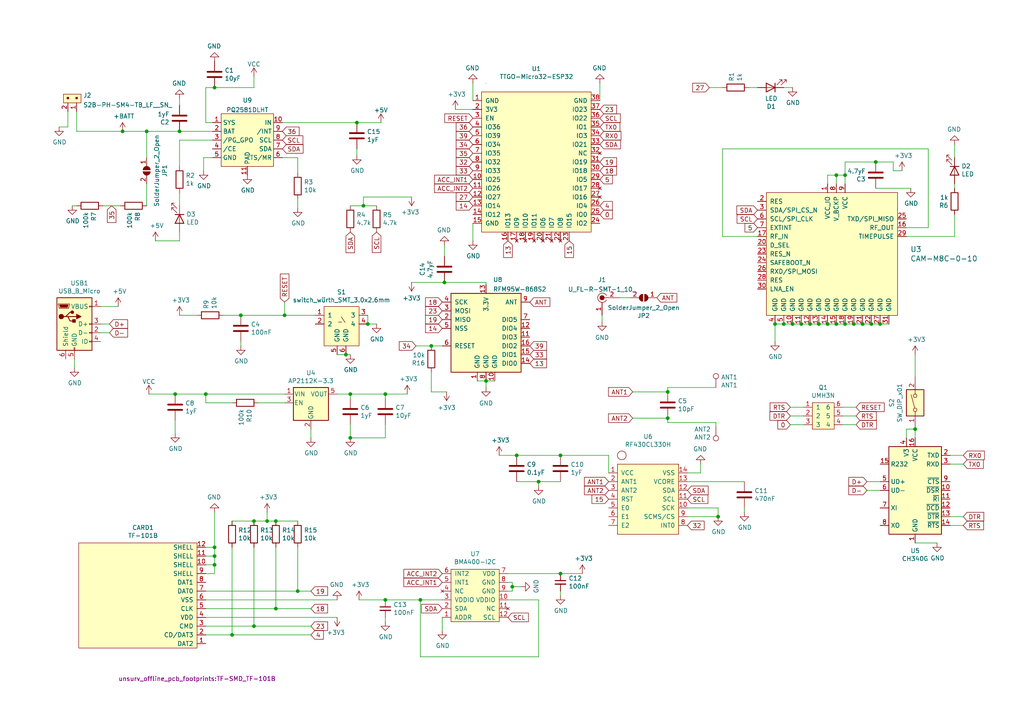
<source format=kicad_sch>
(kicad_sch (version 20211123) (generator eeschema)
  (paper "A4")
  (title_block (title "unsurv offline") (date "2021-05-14") (rev "0.2") (company "unsurv") (comment 1 "on 4.5 cm x 3 cm PCB"))
  (junction (at 254 46.99))
  (junction (at 62.23 25.4))
  (junction (at 111.76 173.99))
  (junction (at 101.6 127))
  (junction (at 59.69 114.3))
  (junction (at 193.675 121.285))
  (junction (at 67.31 184.15))
  (junction (at 232.41 93.98))
  (junction (at 73.66 181.61))
  (junction (at 247.65 93.98))
  (junction (at 149.86 132.08))
  (junction (at 111.76 114.3))
  (junction (at 82.55 91.44))
  (junction (at 105.41 59.69))
  (junction (at 193.675 113.665))
  (junction (at 80.01 151.13))
  (junction (at 252.73 93.98))
  (junction (at 208.28 149.86))
  (junction (at 80.01 176.53))
  (junction (at 50.8 114.3))
  (junction (at 245.11 93.98))
  (junction (at 224.79 93.98))
  (junction (at 237.49 93.98))
  (junction (at 162.56 132.08))
  (junction (at 240.03 93.98))
  (junction (at 156.21 139.7))
  (junction (at 100.33 102.87))
  (junction (at 229.87 93.98))
  (junction (at 128.905 81.915))
  (junction (at 121.92 173.99))
  (junction (at 255.27 93.98))
  (junction (at 125.095 100.33))
  (junction (at 106.68 93.98))
  (junction (at 35.56 38.1))
  (junction (at 227.33 93.98))
  (junction (at 73.66 151.13))
  (junction (at 148.59 170.18))
  (junction (at 42.545 38.1))
  (junction (at 77.47 151.13))
  (junction (at 234.95 93.98))
  (junction (at 242.57 50.8))
  (junction (at 52.07 38.1))
  (junction (at 69.85 91.44))
  (junction (at 162.56 166.37))
  (junction (at 265.43 124.46))
  (junction (at 250.19 93.98))
  (junction (at 101.6 114.3))
  (junction (at 245.11 50.8))
  (junction (at 242.57 93.98))
  (junction (at 62.23 158.75))
  (junction (at 103.505 35.56))
  (junction (at 86.36 171.45))
  (junction (at 62.23 163.83))
  (junction (at 62.23 161.29))
  (junction (at 140.97 110.49))
  (wire (pts (xy 64.77 91.44) (xy 69.85 91.44)))
  (wire (pts (xy 81.915 35.56) (xy 103.505 35.56)))
  (wire (pts (xy 119.38 57.15) (xy 105.41 57.15)))
  (wire (pts (xy 229.87 25.4) (xy 227.33 25.4)))
  (wire (pts (xy 125.095 100.33) (xy 128.27 100.33)))
  (wire (pts (xy 80.01 151.13) (xy 77.47 151.13)))
  (wire (pts (xy 245.11 50.8) (xy 245.11 53.34)))
  (wire (pts (xy 215.9 147.32) (xy 215.9 148.59)))
  (wire (pts (xy 109.22 93.98) (xy 106.68 93.98)))
  (wire (pts (xy 224.79 93.98) (xy 227.33 93.98)))
  (wire (pts (xy 59.69 25.4) (xy 59.69 35.56)))
  (wire (pts (xy 121.92 190.5) (xy 121.92 173.99)))
  (wire (pts (xy 61.595 40.64) (xy 52.07 40.64)))
  (wire (pts (xy 128.905 71.12) (xy 128.905 74.295)))
  (wire (pts (xy 50.8 114.3) (xy 59.69 114.3)))
  (wire (pts (xy 207.645 112.395) (xy 193.675 112.395)))
  (wire (pts (xy 247.65 93.98) (xy 250.19 93.98)))
  (wire (pts (xy 242.57 53.34) (xy 242.57 50.8)))
  (wire (pts (xy 250.19 93.98) (xy 252.73 93.98)))
  (wire (pts (xy 276.86 45.72) (xy 276.86 41.91)))
  (wire (pts (xy 101.6 114.3) (xy 111.76 114.3)))
  (wire (pts (xy 103.505 35.56) (xy 110.49 35.56)))
  (wire (pts (xy 248.285 118.11) (xy 244.475 118.11)))
  (wire (pts (xy 43.18 114.3) (xy 50.8 114.3)))
  (wire (pts (xy 237.49 93.98) (xy 240.03 93.98)))
  (wire (pts (xy 90.17 171.45) (xy 86.36 171.45)))
  (wire (pts (xy 104.14 173.99) (xy 111.76 173.99)))
  (wire (pts (xy 81.915 45.72) (xy 86.36 45.72)))
  (wire (pts (xy 111.76 123.19) (xy 111.76 127)))
  (wire (pts (xy 276.86 68.58) (xy 276.86 62.23)))
  (wire (pts (xy 207.645 123.825) (xy 207.645 122.555)))
  (wire (pts (xy 45.085 69.85) (xy 52.07 69.85)))
  (wire (pts (xy 252.73 93.98) (xy 255.27 93.98)))
  (wire (pts (xy 229.87 93.98) (xy 232.41 93.98)))
  (wire (pts (xy 193.675 121.285) (xy 193.675 122.555)))
  (wire (pts (xy 255.27 142.24) (xy 251.46 142.24)))
  (wire (pts (xy 59.69 114.3) (xy 82.55 114.3)))
  (wire (pts (xy 42.545 38.1) (xy 42.545 45.72)))
  (wire (pts (xy 34.925 59.69) (xy 29.845 59.69)))
  (wire (pts (xy 137.16 31.75) (xy 132.08 31.75)))
  (wire (pts (xy 156.21 139.7) (xy 156.21 140.97)))
  (wire (pts (xy 255.27 93.98) (xy 257.81 93.98)))
  (wire (pts (xy 209.55 43.18) (xy 209.55 68.58)))
  (wire (pts (xy 240.03 93.98) (xy 242.57 93.98)))
  (wire (pts (xy 244.475 123.19) (xy 248.285 123.19)))
  (wire (pts (xy 82.55 87.63) (xy 82.55 91.44)))
  (wire (pts (xy 209.55 25.4) (xy 205.74 25.4)))
  (wire (pts (xy 199.39 147.32) (xy 208.28 147.32)))
  (wire (pts (xy 59.69 166.37) (xy 62.23 166.37)))
  (wire (pts (xy 279.4 132.08) (xy 275.59 132.08)))
  (wire (pts (xy 193.675 122.555) (xy 207.645 122.555)))
  (wire (pts (xy 67.31 116.84) (xy 59.69 116.84)))
  (wire (pts (xy 162.56 132.08) (xy 176.53 132.08)))
  (wire (pts (xy 119.38 81.915) (xy 128.905 81.915)))
  (wire (pts (xy 90.17 184.15) (xy 67.31 184.15)))
  (wire (pts (xy 233.045 123.19) (xy 229.235 123.19)))
  (wire (pts (xy 31.75 96.52) (xy 29.21 96.52)))
  (wire (pts (xy 61.595 45.72) (xy 59.055 45.72)))
  (wire (pts (xy 35.56 38.1) (xy 42.545 38.1)))
  (wire (pts (xy 101.6 59.69) (xy 105.41 59.69)))
  (wire (pts (xy 34.29 88.9) (xy 29.21 88.9)))
  (wire (pts (xy 82.55 116.84) (xy 74.93 116.84)))
  (wire (pts (xy 59.69 181.61) (xy 73.66 181.61)))
  (wire (pts (xy 255.27 139.7) (xy 251.46 139.7)))
  (wire (pts (xy 97.79 114.3) (xy 101.6 114.3)))
  (wire (pts (xy 86.36 171.45) (xy 59.69 171.45)))
  (wire (pts (xy 269.24 66.04) (xy 269.24 43.18)))
  (wire (pts (xy 59.69 158.75) (xy 62.23 158.75)))
  (wire (pts (xy 22.225 59.69) (xy 20.955 59.69)))
  (wire (pts (xy 248.285 120.65) (xy 244.475 120.65)))
  (wire (pts (xy 279.4 152.4) (xy 275.59 152.4)))
  (wire (pts (xy 259.08 46.99) (xy 254 46.99)))
  (wire (pts (xy 148.59 168.91) (xy 148.59 170.18)))
  (wire (pts (xy 156.21 190.5) (xy 121.92 190.5)))
  (wire (pts (xy 86.36 60.325) (xy 86.36 57.785)))
  (wire (pts (xy 193.675 112.395) (xy 193.675 113.665)))
  (wire (pts (xy 106.68 91.44) (xy 106.68 93.98)))
  (wire (pts (xy 59.055 45.72) (xy 59.055 49.53)))
  (wire (pts (xy 149.86 139.7) (xy 156.21 139.7)))
  (wire (pts (xy 97.79 179.07) (xy 59.69 179.07)))
  (wire (pts (xy 111.76 115.57) (xy 111.76 114.3)))
  (wire (pts (xy 245.11 93.98) (xy 247.65 93.98)))
  (wire (pts (xy 59.69 161.29) (xy 62.23 161.29)))
  (wire (pts (xy 245.11 46.99) (xy 245.11 50.8)))
  (wire (pts (xy 67.31 184.15) (xy 59.69 184.15)))
  (wire (pts (xy 111.76 127) (xy 101.6 127)))
  (wire (pts (xy 69.85 99.06) (xy 69.85 100.33)))
  (wire (pts (xy 80.01 158.75) (xy 80.01 176.53)))
  (wire (pts (xy 86.36 158.75) (xy 86.36 171.45)))
  (wire (pts (xy 276.86 54.61) (xy 276.86 53.34)))
  (wire (pts (xy 219.71 25.4) (xy 217.17 25.4)))
  (wire (pts (xy 128.905 81.915) (xy 140.97 81.915)))
  (wire (pts (xy 111.76 173.99) (xy 121.92 173.99)))
  (wire (pts (xy 265.43 124.46) (xy 265.43 127)))
  (wire (pts (xy 140.97 110.49) (xy 143.51 110.49)))
  (wire (pts (xy 100.33 102.87) (xy 101.6 102.87)))
  (wire (pts (xy 52.07 40.64) (xy 52.07 48.26)))
  (wire (pts (xy 148.59 170.18) (xy 151.13 170.18)))
  (wire (pts (xy 269.24 43.18) (xy 209.55 43.18)))
  (wire (pts (xy 140.97 110.49) (xy 140.97 112.395)))
  (wire (pts (xy 262.89 127) (xy 262.89 124.46)))
  (wire (pts (xy 259.08 49.53) (xy 259.08 46.99)))
  (wire (pts (xy 105.41 59.69) (xy 109.22 59.69)))
  (wire (pts (xy 137.16 29.21) (xy 137.16 24.13)))
  (wire (pts (xy 52.07 38.1) (xy 61.595 38.1)))
  (wire (pts (xy 125.095 107.95) (xy 125.095 113.665)))
  (wire (pts (xy 140.97 81.915) (xy 140.97 82.55)))
  (wire (pts (xy 168.91 166.37) (xy 162.56 166.37)))
  (wire (pts (xy 101.6 115.57) (xy 101.6 114.3)))
  (wire (pts (xy 183.515 121.285) (xy 193.675 121.285)))
  (wire (pts (xy 261.62 49.53) (xy 259.08 49.53)))
  (wire (pts (xy 162.56 132.08) (xy 149.86 132.08)))
  (wire (pts (xy 101.6 127) (xy 101.6 123.19)))
  (wire (pts (xy 265.43 102.87) (xy 265.43 109.22)))
  (wire (pts (xy 52.07 91.44) (xy 57.15 91.44)))
  (wire (pts (xy 271.78 157.48) (xy 265.43 157.48)))
  (wire (pts (xy 148.59 171.45) (xy 148.59 170.18)))
  (wire (pts (xy 121.92 173.99) (xy 128.27 173.99)))
  (wire (pts (xy 240.03 50.8) (xy 242.57 50.8)))
  (wire (pts (xy 42.545 38.1) (xy 52.07 38.1)))
  (wire (pts (xy 279.4 134.62) (xy 275.59 134.62)))
  (wire (pts (xy 62.23 148.59) (xy 62.23 158.75)))
  (wire (pts (xy 242.57 93.98) (xy 245.11 93.98)))
  (wire (pts (xy 137.16 64.77) (xy 137.16 69.85)))
  (wire (pts (xy 22.225 38.1) (xy 22.225 32.385)))
  (wire (pts (xy 86.36 45.72) (xy 86.36 50.165)))
  (wire (pts (xy 144.78 132.08) (xy 149.86 132.08)))
  (wire (pts (xy 62.23 25.4) (xy 73.66 25.4)))
  (wire (pts (xy 120.65 100.33) (xy 125.095 100.33)))
  (wire (pts (xy 111.76 179.07) (xy 111.76 180.34)))
  (wire (pts (xy 97.79 102.87) (xy 100.33 102.87)))
  (wire (pts (xy 21.59 106.68) (xy 21.59 104.14)))
  (wire (pts (xy 227.33 93.98) (xy 229.87 93.98)))
  (wire (pts (xy 19.685 36.83) (xy 17.145 36.83)))
  (wire (pts (xy 111.76 114.3) (xy 118.11 114.3)))
  (wire (pts (xy 52.07 28.575) (xy 52.07 30.48)))
  (wire (pts (xy 199.39 149.86) (xy 208.28 149.86)))
  (wire (pts (xy 224.79 99.06) (xy 224.79 93.98)))
  (wire (pts (xy 262.89 68.58) (xy 276.86 68.58)))
  (wire (pts (xy 73.66 158.75) (xy 73.66 181.61)))
  (wire (pts (xy 240.03 53.34) (xy 240.03 50.8)))
  (wire (pts (xy 62.23 158.75) (xy 62.23 161.29)))
  (wire (pts (xy 82.55 91.44) (xy 91.44 91.44)))
  (wire (pts (xy 233.045 118.11) (xy 229.235 118.11)))
  (wire (pts (xy 90.17 176.53) (xy 80.01 176.53)))
  (wire (pts (xy 173.99 29.21) (xy 173.99 24.13)))
  (wire (pts (xy 203.2 134.62) (xy 203.2 137.16)))
  (wire (pts (xy 50.8 125.73) (xy 50.8 121.92)))
  (wire (pts (xy 209.55 68.58) (xy 219.71 68.58)))
  (wire (pts (xy 254 54.61) (xy 264.16 54.61)))
  (wire (pts (xy 262.89 124.46) (xy 265.43 124.46)))
  (wire (pts (xy 147.32 171.45) (xy 148.59 171.45)))
  (wire (pts (xy 156.21 173.99) (xy 156.21 190.5)))
  (wire (pts (xy 147.32 168.91) (xy 148.59 168.91)))
  (wire (pts (xy 42.545 53.34) (xy 42.545 59.69)))
  (wire (pts (xy 69.85 91.44) (xy 82.55 91.44)))
  (wire (pts (xy 73.66 25.4) (xy 73.66 22.225)))
  (wire (pts (xy 97.79 173.99) (xy 59.69 173.99)))
  (wire (pts (xy 73.66 181.61) (xy 90.17 181.61)))
  (wire (pts (xy 52.07 69.85) (xy 52.07 67.31)))
  (wire (pts (xy 67.31 158.75) (xy 67.31 184.15)))
  (wire (pts (xy 176.53 137.16) (xy 176.53 132.08)))
  (wire (pts (xy 279.4 149.86) (xy 275.59 149.86)))
  (wire (pts (xy 77.47 151.13) (xy 77.47 148.59)))
  (wire (pts (xy 242.57 50.8) (xy 245.11 50.8)))
  (wire (pts (xy 80.01 176.53) (xy 59.69 176.53)))
  (wire (pts (xy 208.28 147.32) (xy 208.28 149.86)))
  (wire (pts (xy 179.705 86.36) (xy 182.88 86.36)))
  (wire (pts (xy 19.685 32.385) (xy 19.685 36.83)))
  (wire (pts (xy 138.43 110.49) (xy 140.97 110.49)))
  (wire (pts (xy 59.69 25.4) (xy 62.23 25.4)))
  (wire (pts (xy 59.69 35.56) (xy 61.595 35.56)))
  (wire (pts (xy 35.56 38.1) (xy 22.225 38.1)))
  (wire (pts (xy 203.2 137.16) (xy 199.39 137.16)))
  (wire (pts (xy 59.69 116.84) (xy 59.69 114.3)))
  (wire (pts (xy 31.75 93.98) (xy 29.21 93.98)))
  (wire (pts (xy 199.39 139.7) (xy 215.9 139.7)))
  (wire (pts (xy 234.95 93.98) (xy 237.49 93.98)))
  (wire (pts (xy 59.69 163.83) (xy 62.23 163.83)))
  (wire (pts (xy 62.23 163.83) (xy 62.23 166.37)))
  (wire (pts (xy 147.32 166.37) (xy 162.56 166.37)))
  (wire (pts (xy 162.56 139.7) (xy 156.21 139.7)))
  (wire (pts (xy 147.32 173.99) (xy 156.21 173.99)))
  (wire (pts (xy 86.36 151.13) (xy 80.01 151.13)))
  (wire (pts (xy 183.515 113.665) (xy 193.675 113.665)))
  (wire (pts (xy 62.23 161.29) (xy 62.23 163.83)))
  (wire (pts (xy 129.54 113.665) (xy 125.095 113.665)))
  (wire (pts (xy 174.625 91.44) (xy 174.625 93.345)))
  (wire (pts (xy 67.31 151.13) (xy 73.66 151.13)))
  (wire (pts (xy 103.505 45.085) (xy 103.505 43.18)))
  (wire (pts (xy 162.56 171.45) (xy 162.56 172.72)))
  (wire (pts (xy 105.41 57.15) (xy 105.41 59.69)))
  (wire (pts (xy 232.41 93.98) (xy 234.95 93.98)))
  (wire (pts (xy 52.07 59.69) (xy 52.07 55.88)))
  (wire (pts (xy 233.045 120.65) (xy 229.235 120.65)))
  (wire (pts (xy 254 46.99) (xy 245.11 46.99)))
  (wire (pts (xy 73.66 151.13) (xy 77.47 151.13)))
  (wire (pts (xy 90.17 124.46) (xy 90.17 127)))
  (wire (pts (xy 128.27 179.07) (xy 128.27 182.88)))
  (wire (pts (xy 262.89 66.04) (xy 269.24 66.04)))
  (global_label "RX0" (shape input) (at 173.99 39.37 0) (property "Intersheet References" "${INTERSHEET_REFS}" (effects hide)))
  (global_label "ACC_INT1" (shape input) (at 128.27 168.91 180) (property "Intersheet References" "${INTERSHEET_REFS}" (effects hide)))
  (global_label "34" (shape input) (at 120.65 100.33 180) (property "Intersheet References" "${INTERSHEET_REFS}" (effects hide)))
  (global_label "SDA" (shape input) (at 219.71 60.96 180) (property "Intersheet References" "${INTERSHEET_REFS}" (effects hide)))
  (global_label "18" (shape input) (at 173.99 49.53 0) (property "Intersheet References" "${INTERSHEET_REFS}" (effects hide)))
  (global_label "18" (shape input) (at 128.27 87.63 180) (property "Intersheet References" "${INTERSHEET_REFS}" (effects hide)))
  (global_label "13" (shape input) (at 147.32 69.85 270) (property "Intersheet References" "${INTERSHEET_REFS}" (effects hide)))
  (global_label "ACC_INT2" (shape input) (at 137.16 54.61 180) (property "Intersheet References" "${INTERSHEET_REFS}" (effects hide)))
  (global_label "TX0" (shape input) (at 173.99 36.83 0) (property "Intersheet References" "${INTERSHEET_REFS}" (effects hide)))
  (global_label "SDA" (shape input) (at 81.915 43.18 0) (property "Intersheet References" "${INTERSHEET_REFS}" (effects hide)))
  (global_label "36" (shape input) (at 81.915 38.1 0) (property "Intersheet References" "${INTERSHEET_REFS}" (effects hide)))
  (global_label "15" (shape input) (at 176.53 144.78 180) (property "Intersheet References" "${INTERSHEET_REFS}" (effects hide)))
  (global_label "RESET" (shape input) (at 248.285 118.11 0) (property "Intersheet References" "${INTERSHEET_REFS}" (effects hide)))
  (global_label "SDA" (shape input) (at 173.99 41.91 0) (property "Intersheet References" "${INTERSHEET_REFS}" (effects hide)))
  (global_label "ANT1" (shape input) (at 176.53 139.7 180) (property "Intersheet References" "${INTERSHEET_REFS}" (effects hide)))
  (global_label "D-" (shape input) (at 251.46 142.24 180) (property "Intersheet References" "${INTERSHEET_REFS}" (effects hide)))
  (global_label "RTS" (shape input) (at 229.235 118.11 180) (property "Intersheet References" "${INTERSHEET_REFS}" (effects hide)))
  (global_label "ANT2" (shape input) (at 176.53 142.24 180) (property "Intersheet References" "${INTERSHEET_REFS}" (effects hide)))
  (global_label "33" (shape input) (at 153.67 102.87 0) (property "Intersheet References" "${INTERSHEET_REFS}" (effects hide)))
  (global_label "19" (shape input) (at 128.27 92.71 180) (property "Intersheet References" "${INTERSHEET_REFS}" (effects hide)))
  (global_label "4" (shape input) (at 173.99 59.69 0) (property "Intersheet References" "${INTERSHEET_REFS}" (effects hide)))
  (global_label "RESET" (shape input) (at 82.55 87.63 90) (property "Intersheet References" "${INTERSHEET_REFS}" (effects hide)))
  (global_label "39" (shape input) (at 153.67 100.33 0) (property "Intersheet References" "${INTERSHEET_REFS}" (effects hide)))
  (global_label "5" (shape input) (at 173.99 52.07 0) (property "Intersheet References" "${INTERSHEET_REFS}" (effects hide)))
  (global_label "DTR" (shape input) (at 229.235 120.65 180) (property "Intersheet References" "${INTERSHEET_REFS}" (effects hide)))
  (global_label "23" (shape input) (at 173.99 31.75 0) (property "Intersheet References" "${INTERSHEET_REFS}" (effects hide)))
  (global_label "0" (shape input) (at 173.99 62.23 0) (property "Intersheet References" "${INTERSHEET_REFS}" (effects hide)))
  (global_label "36" (shape input) (at 137.16 36.83 180) (property "Intersheet References" "${INTERSHEET_REFS}" (effects hide)))
  (global_label "SCL" (shape input) (at 81.915 40.64 0) (property "Intersheet References" "${INTERSHEET_REFS}" (effects hide)))
  (global_label "D-" (shape input) (at 31.75 96.52 0) (property "Intersheet References" "${INTERSHEET_REFS}" (effects hide)))
  (global_label "SDA" (shape input) (at 101.6 67.31 270) (property "Intersheet References" "${INTERSHEET_REFS}" (effects hide)))
  (global_label "RTS" (shape input) (at 279.4 152.4 0) (property "Intersheet References" "${INTERSHEET_REFS}" (effects hide)))
  (global_label "SCL" (shape input) (at 173.99 34.29 0) (property "Intersheet References" "${INTERSHEET_REFS}" (effects hide)))
  (global_label "23" (shape input) (at 128.27 90.17 180) (property "Intersheet References" "${INTERSHEET_REFS}" (effects hide)))
  (global_label "0" (shape input) (at 229.235 123.19 180) (property "Intersheet References" "${INTERSHEET_REFS}" (effects hide)))
  (global_label "15" (shape input) (at 165.1 69.85 270) (property "Intersheet References" "${INTERSHEET_REFS}" (effects hide)))
  (global_label "ANT2" (shape input) (at 183.515 121.285 180) (property "Intersheet References" "${INTERSHEET_REFS}" (effects hide)))
  (global_label "ACC_INT2" (shape input) (at 128.27 166.37 180) (property "Intersheet References" "${INTERSHEET_REFS}" (effects hide)))
  (global_label "ACC_INT1" (shape input) (at 137.16 52.07 180) (property "Intersheet References" "${INTERSHEET_REFS}" (effects hide)))
  (global_label "SCL" (shape input) (at 147.32 179.07 0) (property "Intersheet References" "${INTERSHEET_REFS}" (effects hide)))
  (global_label "35" (shape input) (at 32.385 59.69 270) (property "Intersheet References" "${INTERSHEET_REFS}" (effects hide)))
  (global_label "39" (shape input) (at 137.16 39.37 180) (property "Intersheet References" "${INTERSHEET_REFS}" (effects hide)))
  (global_label "SCL" (shape input) (at 109.22 67.31 270) (property "Intersheet References" "${INTERSHEET_REFS}" (effects hide)))
  (global_label "RTS" (shape input) (at 248.285 120.65 0) (property "Intersheet References" "${INTERSHEET_REFS}" (effects hide)))
  (global_label "RESET" (shape input) (at 137.16 34.29 180) (property "Intersheet References" "${INTERSHEET_REFS}" (effects hide)))
  (global_label "D+" (shape input) (at 31.75 93.98 0) (property "Intersheet References" "${INTERSHEET_REFS}" (effects hide)))
  (global_label "19" (shape input) (at 90.17 171.45 0) (property "Intersheet References" "${INTERSHEET_REFS}" (effects hide)))
  (global_label "33" (shape input) (at 137.16 49.53 180) (property "Intersheet References" "${INTERSHEET_REFS}" (effects hide)))
  (global_label "32" (shape input) (at 199.39 152.4 0) (property "Intersheet References" "${INTERSHEET_REFS}" (effects hide)))
  (global_label "32" (shape input) (at 137.16 46.99 180) (property "Intersheet References" "${INTERSHEET_REFS}" (effects hide)))
  (global_label "ANT" (shape input) (at 190.5 86.36 0) (property "Intersheet References" "${INTERSHEET_REFS}" (effects hide)))
  (global_label "14" (shape input) (at 137.16 59.69 180) (property "Intersheet References" "${INTERSHEET_REFS}" (effects hide)))
  (global_label "DTR" (shape input) (at 279.4 149.86 0) (property "Intersheet References" "${INTERSHEET_REFS}" (effects hide)))
  (global_label "SCL" (shape input) (at 219.71 63.5 180) (property "Intersheet References" "${INTERSHEET_REFS}" (effects hide)))
  (global_label "DTR" (shape input) (at 248.285 123.19 0) (property "Intersheet References" "${INTERSHEET_REFS}" (effects hide)))
  (global_label "SDA" (shape input) (at 128.27 176.53 180) (property "Intersheet References" "${INTERSHEET_REFS}" (effects hide)))
  (global_label "13" (shape input) (at 153.67 105.41 0) (property "Intersheet References" "${INTERSHEET_REFS}" (effects hide)))
  (global_label "ANT" (shape input) (at 153.67 87.63 0) (property "Intersheet References" "${INTERSHEET_REFS}" (effects hide)))
  (global_label "TX0" (shape input) (at 279.4 134.62 0) (property "Intersheet References" "${INTERSHEET_REFS}" (effects hide)))
  (global_label "4" (shape input) (at 90.17 184.15 0) (property "Intersheet References" "${INTERSHEET_REFS}" (effects hide)))
  (global_label "27" (shape input) (at 137.16 57.15 180) (property "Intersheet References" "${INTERSHEET_REFS}" (effects hide)))
  (global_label "34" (shape input) (at 137.16 41.91 180) (property "Intersheet References" "${INTERSHEET_REFS}" (effects hide)))
  (global_label "SCL" (shape input) (at 199.39 144.78 0) (property "Intersheet References" "${INTERSHEET_REFS}" (effects hide)))
  (global_label "19" (shape input) (at 173.99 46.99 0) (property "Intersheet References" "${INTERSHEET_REFS}" (effects hide)))
  (global_label "5" (shape input) (at 219.71 66.04 180) (property "Intersheet References" "${INTERSHEET_REFS}" (effects hide)))
  (global_label "27" (shape input) (at 205.74 25.4 180) (property "Intersheet References" "${INTERSHEET_REFS}" (effects hide)))
  (global_label "D+" (shape input) (at 251.46 139.7 180) (property "Intersheet References" "${INTERSHEET_REFS}" (effects hide)))
  (global_label "35" (shape input) (at 137.16 44.45 180) (property "Intersheet References" "${INTERSHEET_REFS}" (effects hide)))
  (global_label "SDA" (shape input) (at 199.39 142.24 0) (property "Intersheet References" "${INTERSHEET_REFS}" (effects hide)))
  (global_label "14" (shape input) (at 128.27 95.25 180) (property "Intersheet References" "${INTERSHEET_REFS}" (effects hide)))
  (global_label "ANT1" (shape input) (at 183.515 113.665 180) (property "Intersheet References" "${INTERSHEET_REFS}" (effects hide)))
  (global_label "RX0" (shape input) (at 279.4 132.08 0) (property "Intersheet References" "${INTERSHEET_REFS}" (effects hide)))
  (global_label "23" (shape input) (at 90.17 181.61 0) (property "Intersheet References" "${INTERSHEET_REFS}" (effects hide)))
  (global_label "18" (shape input) (at 90.17 176.53 0) (property "Intersheet References" "${INTERSHEET_REFS}" (effects hide)))
  (symbol (lib_id "power:GND") (at 21.59 106.68 0) (unit 1)
    (property "Reference" "#PWR025" (effects hide))
    (property "Value" "GND" (at 21.717 111.0742 0))
  )
  (symbol (lib_id "power:+5V") (at 34.29 88.9 0) (unit 1)
    (property "Reference" "#PWR018" (effects hide))
    (property "Value" "+5V" (at 34.671 84.5058 0))
  )
  (symbol (lib_id "power:+3.3V") (at 77.47 148.59 0) (unit 1)
    (property "Reference" "#PWR037" (effects hide))
    (property "Value" "+3.3V" (at 77.851 144.1958 0))
  )
  (symbol (lib_id "power:+3.3V") (at 97.79 179.07 180) (unit 1)
    (property "Reference" "#PWR046" (effects hide))
    (property "Value" "+3.3V" (at 97.409 183.4642 0))
  )
  (symbol (lib_id "Device:R") (at 67.31 154.94 0) (unit 1)
    (property "Reference" "R12" (at 69.088 153.7716 0) (effects (justify left)))
    (property "Value" "10k" (at 69.088 156.083 0) (effects (justify left)))
    (property "Footprint" "Resistor_SMD:R_0603_1608Metric" (effects hide))
  )
  (symbol (lib_id "Device:R") (at 73.66 154.94 0) (unit 1)
    (property "Reference" "R13" (at 75.438 153.7716 0) (effects (justify left)))
    (property "Value" "10k" (at 75.438 156.083 0) (effects (justify left)))
    (property "Footprint" "Resistor_SMD:R_0603_1608Metric" (effects hide))
  )
  (symbol (lib_id "Device:R") (at 80.01 154.94 0) (unit 1)
    (property "Reference" "R14" (at 81.788 153.7716 0) (effects (justify left)))
    (property "Value" "10k" (at 81.788 156.083 0) (effects (justify left)))
    (property "Footprint" "Resistor_SMD:R_0603_1608Metric" (effects hide))
  )
  (symbol (lib_id "Device:R") (at 86.36 154.94 0) (unit 1)
    (property "Reference" "R15" (at 88.138 153.7716 0) (effects (justify left)))
    (property "Value" "10k" (at 88.138 156.083 0) (effects (justify left)))
    (property "Footprint" "Resistor_SMD:R_0603_1608Metric" (effects hide))
  )
  (symbol (lib_id "power:GND") (at 97.79 173.99 180) (unit 1)
    (property "Reference" "#PWR044" (effects hide))
    (property "Value" "GND" (at 97.663 169.5958 0))
  )
  (symbol (lib_id "power:GND") (at 62.23 148.59 180) (unit 1)
    (property "Reference" "#PWR036" (effects hide))
    (property "Value" "GND" (at 62.103 144.1958 0))
  )
  (symbol (lib_id "power:+3.3V") (at 119.38 57.15 180) (unit 1)
    (property "Reference" "#PWR011" (effects hide))
    (property "Value" "+3.3V" (at 118.999 61.5442 0))
  )
  (symbol (lib_id "Device:R") (at 101.6 63.5 0) (unit 1)
    (property "Reference" "R4" (at 103.378 62.3316 0) (effects (justify left)))
    (property "Value" "4.7k" (at 103.378 64.643 0) (effects (justify left)))
    (property "Footprint" "Resistor_SMD:R_0603_1608Metric" (effects hide))
  )
  (symbol (lib_id "Device:R") (at 109.22 63.5 0) (unit 1)
    (property "Reference" "R5" (at 110.998 62.3316 0) (effects (justify left)))
    (property "Value" "4.7k" (at 110.998 64.643 0) (effects (justify left)))
    (property "Footprint" "Resistor_SMD:R_0603_1608Metric" (effects hide))
  )
  (symbol (lib_id "unsurv_offline_pcb_symbols:TF-101B") (at 57.15 186.69 0) (unit 1)
    (property "Reference" "CARD1" (at 41.4782 153.035 0))
    (property "Value" "TF-101B" (at 41.4782 155.3464 0))
    (property "Footprint" "unsurv_offline_pcb_footprints:TF-SMD_TF-101B" (at 57.15 196.85 0))
  )
  (symbol (lib_id "Interface_USB:CH340G") (at 265.43 142.24 0) (unit 1)
    (property "Reference" "U5" (at 265.43 159.7406 0))
    (property "Value" "CH340G" (at 265.43 162.052 0))
    (property "Footprint" "Package_SO:SOIC-16_3.9x9.9mm_P1.27mm" (effects hide))
    (property "Datasheet" "http://www.datasheet5.com/pdf-local-2195953" (effects hide))
  )
  (symbol (lib_id "unsurv_offline_pcb_symbols:UMH3N") (at 238.125 120.65 0) (unit 1)
    (property "Reference" "Q1" (at 238.76 112.395 0))
    (property "Value" "UMH3N" (at 238.76 114.7064 0))
    (property "Footprint" "unsurv_offline_pcb_footprints:UMH3N" (effects hide))
  )
  (symbol (lib_id "power:+3.3V") (at 265.43 102.87 0) (unit 1)
    (property "Reference" "#PWR024" (effects hide))
    (property "Value" "+3.3V" (at 265.811 98.4758 0))
  )
  (symbol (lib_id "power:GND") (at 271.78 157.48 0) (unit 1)
    (property "Reference" "#PWR040" (effects hide))
    (property "Value" "GND" (at 271.907 161.8742 0))
  )
  (symbol (lib_id "Device:LED") (at 223.52 25.4 180) (unit 1)
    (property "Reference" "D1" (at 223.6978 30.8864 0))
    (property "Value" "LED" (at 223.6978 28.575 0))
    (property "Footprint" "digikey-footprints:LED_0603" (effects hide))
  )
  (symbol (lib_id "Device:R") (at 213.36 25.4 90) (unit 1)
    (property "Reference" "R1" (at 212.1916 23.622 0) (effects (justify left)))
    (property "Value" "1k" (at 214.503 23.622 0) (effects (justify left)))
    (property "Footprint" "Resistor_SMD:R_0603_1608Metric" (effects hide))
  )
  (symbol (lib_id "Device:R") (at 60.96 91.44 90) (unit 1)
    (property "Reference" "R9" (at 59.7916 89.662 0) (effects (justify left)))
    (property "Value" "10k" (at 62.103 89.662 0) (effects (justify left)))
    (property "Footprint" "Resistor_SMD:R_0603_1608Metric" (effects hide))
  )
  (symbol (lib_id "power:+3.3V") (at 261.62 49.53 0) (unit 1)
    (property "Reference" "#PWR012" (effects hide))
    (property "Value" "+3.3V" (at 262.001 45.1358 0))
  )
  (symbol (lib_id "Device:LED") (at 276.86 49.53 270) (unit 1)
    (property "Reference" "D2" (at 278.8412 48.1838 90) (effects (justify left)))
    (property "Value" "LED" (at 278.8412 50.4952 90) (effects (justify left)))
    (property "Footprint" "digikey-footprints:LED_0603" (effects hide))
  )
  (symbol (lib_id "power:+3.3V") (at 52.07 91.44 0) (unit 1)
    (property "Reference" "#PWR019" (effects hide))
    (property "Value" "+3.3V" (at 52.451 87.0458 0))
  )
  (symbol (lib_id "Device:R") (at 276.86 58.42 180) (unit 1)
    (property "Reference" "R6" (at 275.082 59.5884 0) (effects (justify left)))
    (property "Value" "1k" (at 275.082 57.277 0) (effects (justify left)))
    (property "Footprint" "Resistor_SMD:R_0603_1608Metric" (effects hide))
  )
  (symbol (lib_id "power:GND") (at 276.86 41.91 180) (unit 1)
    (property "Reference" "#PWR09" (effects hide))
    (property "Value" "GND" (at 276.733 37.5158 0))
  )
  (symbol (lib_id "power:GND") (at 109.22 93.98 0) (unit 1)
    (property "Reference" "#PWR020" (effects hide))
    (property "Value" "GND" (at 109.347 98.3742 0))
  )
  (symbol (lib_id "Device:C") (at 69.85 95.25 0) (unit 1)
    (property "Reference" "C4" (at 72.771 94.0816 0) (effects (justify left)))
    (property "Value" "100nF" (at 72.771 96.393 0) (effects (justify left)))
    (property "Footprint" "Capacitor_SMD:C_0603_1608Metric" (effects hide))
  )
  (symbol (lib_id "power:GND") (at 69.85 100.33 0) (unit 1)
    (property "Reference" "#PWR022" (effects hide))
    (property "Value" "GND" (at 69.977 104.7242 0))
  )
  (symbol (lib_id "Regulator_Linear:AP2112K-3.3") (at 90.17 116.84 0) (unit 1)
    (property "Reference" "U4" (at 90.17 108.1532 0))
    (property "Value" "AP2112K-3.3" (at 90.17 110.4646 0))
    (property "Footprint" "Package_TO_SOT_SMD:SOT-23-5" (effects hide))
    (property "Datasheet" "https://www.diodes.com/assets/Datasheets/AP2112.pdf" (effects hide))
  )
  (symbol (lib_id "Device:R") (at 71.12 116.84 270) (unit 1)
    (property "Reference" "R10" (at 72.2884 118.618 0) (effects (justify left)))
    (property "Value" "100k" (at 69.977 118.618 0) (effects (justify left)))
    (property "Footprint" "Resistor_SMD:R_0603_1608Metric" (effects hide))
  )
  (symbol (lib_id "power:GND") (at 90.17 127 0) (unit 1)
    (property "Reference" "#PWR029" (effects hide))
    (property "Value" "GND" (at 90.297 131.3942 0))
  )
  (symbol (lib_id "Device:C") (at 50.8 118.11 180) (unit 1)
    (property "Reference" "C8" (at 53.721 116.9416 0) (effects (justify right)))
    (property "Value" "1yF" (at 53.721 119.253 0) (effects (justify right)))
    (property "Footprint" "Capacitor_SMD:C_0603_1608Metric" (effects hide))
  )
  (symbol (lib_id "Device:C") (at 101.6 119.38 180) (unit 1)
    (property "Reference" "C6" (at 104.521 118.2116 0) (effects (justify right)))
    (property "Value" "1yF" (at 104.521 120.523 0) (effects (justify right)))
    (property "Footprint" "Capacitor_SMD:C_0603_1608Metric" (effects hide))
  )
  (symbol (lib_id "power:GND") (at 101.6 127 0) (unit 1)
    (property "Reference" "#PWR030" (effects hide))
    (property "Value" "GND" (at 101.727 131.3942 0))
  )
  (symbol (lib_id "power:+3.3V") (at 118.11 114.3 0) (unit 1)
    (property "Reference" "#PWR027" (effects hide))
    (property "Value" "+3.3V" (at 118.491 109.9058 0))
  )
  (symbol (lib_id "power:GND") (at 229.87 25.4 0) (unit 1)
    (property "Reference" "#PWR04" (effects hide))
    (property "Value" "GND" (at 229.997 29.7942 0))
  )
  (symbol (lib_id "Switch:SW_DIP_x01") (at 265.43 116.84 90) (unit 1)
    (property "Reference" "S2" (at 258.6482 116.84 0))
    (property "Value" "SW_DIP_x01" (at 260.9596 116.84 0))
    (property "Footprint" "unsurv_offline_pcb_footprints:CHS-01TA" (effects hide))
  )
  (symbol (lib_id "Connector:USB_B_Micro") (at 21.59 93.98 0) (unit 1)
    (property "Reference" "USB1" (at 23.0378 82.1182 0))
    (property "Value" "USB_B_Micro" (at 23.0378 84.4296 0))
    (property "Footprint" "Connector_USB:USB_Micro-B_Amphenol_10103594-0001LF_Horizontal" (effects hide))
  )
  (symbol (lib_id "Device:C") (at 111.76 119.38 180) (unit 1)
    (property "Reference" "C7" (at 114.681 118.2116 0) (effects (justify right)))
    (property "Value" "10yF" (at 114.681 120.523 0) (effects (justify right)))
    (property "Footprint" "Capacitor_SMD:C_0603_1608Metric" (effects hide))
  )
  (symbol (lib_id "dk_RF-Receivers:CAM-M8C-0-10") (at 240.03 68.58 0) (unit 1)
    (property "Reference" "U3" (at 264.0076 72.3138 0) (effects (font (size 1.524 1.524)) (justify left)))
    (property "Value" "CAM-M8C-0-10" (at 264.0076 75.0062 0) (effects (font (size 1.524 1.524)) (justify left)))
    (property "Footprint" "unsurv_offline_pcb_footprints:GPS_Module_CAM-M8C-0" (effects hide))
    (property "Datasheet" "https://www.u-blox.com/sites/default/files/CAM-M8-FW3_DataSheet_%28UBX-15031574%29.pdf" (effects hide))
    (property "Digi-Key_PN" "672-CAM-M8C-0-10CT-ND" (effects hide))
    (property "MPN" "CAM-M8C-0-10" (effects hide))
    (property "Category" "RF/IF and RFID" (effects hide))
    (property "Family" "RF Receivers" (effects hide))
    (property "DK_Datasheet_Link" "https://www.u-blox.com/sites/default/files/CAM-M8-FW3_DataSheet_%28UBX-15031574%29.pdf" (effects hide))
    (property "DK_Detail_Page" "/product-detail/en/u-blox-america-inc/CAM-M8C-0-10/672-CAM-M8C-0-10CT-ND/6150677" (effects hide))
    (property "Description" "RF RCVR GNSS/GPS 1.575GHZ MODULE" (effects hide))
    (property "Manufacturer" "U-Blox America Inc." (effects hide))
    (property "Status" "Active" (effects hide))
  )
  (symbol (lib_id "Device:C") (at 193.675 117.475 0) (unit 1)
    (property "Reference" "C5" (at 196.596 116.3066 0) (effects (justify left)))
    (property "Value" "10pF" (at 196.596 118.618 0) (effects (justify left)))
    (property "Footprint" "Capacitor_SMD:C_0603_1608Metric" (effects hide))
  )
  (symbol (lib_id "Connector:TestPoint") (at 207.645 112.395 0) (unit 1)
    (property "Reference" "ANT1" (at 209.1182 109.3978 0) (effects (justify left)))
    (property "Value" "ANT1" (at 209.1182 111.7092 0) (effects (justify left)))
    (property "Footprint" "unsurv_offline_pcb_footprints:PogoPin_2_2mm_circular" (effects hide))
  )
  (symbol (lib_id "Connector:TestPoint") (at 207.645 123.825 180) (unit 1)
    (property "Reference" "ANT2" (at 206.1718 126.8222 0) (effects (justify left)))
    (property "Value" "ANT2" (at 206.1718 124.5108 0) (effects (justify left)))
    (property "Footprint" "unsurv_offline_pcb_footprints:PogoPin_2_2mm_circular" (effects hide))
  )
  (symbol (lib_id "Device:C") (at 254 50.8 180) (unit 1)
    (property "Reference" "C3" (at 251.079 51.9684 0) (effects (justify left)))
    (property "Value" "4.7yF" (at 251.079 49.657 0) (effects (justify left)))
    (property "Footprint" "Capacitor_SMD:C_0603_1608Metric" (effects hide))
  )
  (symbol (lib_id "power:GND") (at 264.16 54.61 0) (unit 1)
    (property "Reference" "#PWR013" (effects hide))
    (property "Value" "GND" (at 264.287 59.0042 0))
  )
  (symbol (lib_id "unsurv_offline_pcb_symbols:TTGO-Micro32-ESP32") (at 154.94 44.45 0) (unit 1)
    (property "Reference" "U1" (at 155.575 19.939 0))
    (property "Value" "TTGO-Micro32-ESP32" (at 155.575 22.2504 0))
    (property "Footprint" "unsurv_offline_pcb_footprints:TTGO-Micro32-ESP32" (effects hide))
  )
  (symbol (lib_id "power:+3V3") (at 132.08 31.75 0) (unit 1)
    (property "Reference" "#PWR06" (effects hide))
    (property "Value" "+3V3" (at 132.461 27.3558 0))
  )
  (symbol (lib_id "Device:C") (at 215.9 143.51 0) (unit 1)
    (property "Reference" "C11" (at 218.821 142.3416 0) (effects (justify left)))
    (property "Value" "470nF" (at 218.821 144.653 0) (effects (justify left)))
    (property "Footprint" "Capacitor_SMD:C_0603_1608Metric" (effects hide))
  )
  (symbol (lib_id "power:GND") (at 215.9 148.59 0) (unit 1)
    (property "Reference" "#PWR038" (effects hide))
    (property "Value" "GND" (at 216.027 152.9842 0))
  )
  (symbol (lib_id "power:GND") (at 101.6 102.87 0) (unit 1)
    (property "Reference" "#PWR023" (effects hide))
    (property "Value" "GND" (at 101.727 107.2642 0))
  )
  (symbol (lib_id "power:GND") (at 137.16 24.13 180) (unit 1)
    (property "Reference" "#PWR02" (effects hide))
    (property "Value" "GND" (at 137.033 19.7358 0))
  )
  (symbol (lib_id "power:GND") (at 173.99 24.13 180) (unit 1)
    (property "Reference" "#PWR03" (effects hide))
    (property "Value" "GND" (at 173.863 19.7358 0))
  )
  (symbol (lib_id "power:GND") (at 137.16 69.85 0) (unit 1)
    (property "Reference" "#PWR016" (effects hide))
    (property "Value" "GND" (at 137.287 74.2442 0))
  )
  (symbol (lib_id "Device:C") (at 162.56 135.89 0) (unit 1)
    (property "Reference" "C10" (at 165.481 134.7216 0) (effects (justify left)))
    (property "Value" "1yF" (at 165.481 137.033 0) (effects (justify left)))
    (property "Footprint" "Capacitor_SMD:C_0603_1608Metric" (effects hide))
  )
  (symbol (lib_id "Device:C") (at 149.86 135.89 0) (unit 1)
    (property "Reference" "C9" (at 152.781 134.7216 0) (effects (justify left)))
    (property "Value" "0.1yF" (at 152.781 137.033 0) (effects (justify left)))
    (property "Footprint" "Capacitor_SMD:C_0603_1608Metric" (effects hide))
  )
  (symbol (lib_id "power:GND") (at 156.21 140.97 0) (unit 1)
    (property "Reference" "#PWR034" (effects hide))
    (property "Value" "GND" (at 156.337 145.3642 0))
  )
  (symbol (lib_id "power:+3.3V") (at 144.78 132.08 0) (unit 1)
    (property "Reference" "#PWR031" (effects hide))
    (property "Value" "+3.3V" (at 145.161 127.6858 0))
  )
  (symbol (lib_id "unsurv_offline_pcb_symbols:switch_würth_SMT_3.0x2.6mm") (at 93.98 97.79 0) (unit 1)
    (property "Reference" "S1" (at 99.06 84.709 0))
    (property "Value" "switch_würth_SMT_3.0x2.6mm" (at 99.06 87.0204 0))
    (property "Footprint" "unsurv_offline_pcb_footprints:würth_SMT_3.0x2.6mm" (effects hide))
  )
  (symbol (lib_id "unsurv_offline_pcb_symbols:RF430CL330H") (at 187.96 146.05 0) (unit 1)
    (property "Reference" "U6" (at 187.96 126.619 0))
    (property "Value" "RF430CL330H" (at 187.96 128.9304 0))
    (property "Footprint" "unsurv_offline_pcb_footprints:RF430CL330H" (effects hide))
  )
  (symbol (lib_id "power:GND") (at 224.79 99.06 0) (unit 1)
    (property "Reference" "#PWR021" (effects hide))
    (property "Value" "GND" (at 224.917 103.4542 0))
  )
  (symbol (lib_id "power:GND") (at 203.2 134.62 180) (unit 1)
    (property "Reference" "#PWR033" (effects hide))
    (property "Value" "GND" (at 203.073 130.2258 0))
  )
  (symbol (lib_id "power:GND") (at 208.28 149.86 0) (unit 1)
    (property "Reference" "#PWR039" (effects hide))
    (property "Value" "GND" (at 208.407 154.2542 0))
  )
  (symbol (lib_id "unsurv_offline_pcb_symbols:BMA400-I2C") (at 138.43 181.61 0) (unit 1)
    (property "Reference" "U7" (at 137.795 160.655 0))
    (property "Value" "BMA400-I2C" (at 137.795 162.9664 0))
    (property "Footprint" "unsurv_offline_pcb_footprints:BMA400" (effects hide))
  )
  (symbol (lib_id "power:+3V3") (at 168.91 166.37 0) (unit 1)
    (property "Reference" "#PWR041" (effects hide))
    (property "Value" "+3V3" (at 169.291 161.9758 0))
  )
  (symbol (lib_id "power:GND") (at 151.13 170.18 90) (unit 1)
    (property "Reference" "#PWR042" (effects hide))
    (property "Value" "GND" (at 155.5242 170.053 0))
  )
  (symbol (lib_id "Device:C_Small") (at 162.56 168.91 0) (unit 1)
    (property "Reference" "C12" (at 164.8968 167.7416 0) (effects (justify left)))
    (property "Value" "100nF" (at 164.8968 170.053 0) (effects (justify left)))
    (property "Footprint" "Capacitor_SMD:C_0603_1608Metric" (effects hide))
  )
  (symbol (lib_id "power:GND") (at 162.56 172.72 0) (unit 1)
    (property "Reference" "#PWR043" (effects hide))
    (property "Value" "GND" (at 162.687 177.1142 0))
  )
  (symbol (lib_id "power:+3V3") (at 104.14 173.99 0) (unit 1)
    (property "Reference" "#PWR045" (effects hide))
    (property "Value" "+3V3" (at 104.521 169.5958 0))
  )
  (symbol (lib_id "Device:C_Small") (at 111.76 176.53 0) (unit 1)
    (property "Reference" "C13" (at 114.0968 175.3616 0) (effects (justify left)))
    (property "Value" "100nF" (at 114.0968 177.673 0) (effects (justify left)))
    (property "Footprint" "Capacitor_SMD:C_0603_1608Metric" (effects hide))
  )
  (symbol (lib_id "power:GND") (at 111.76 180.34 0) (unit 1)
    (property "Reference" "#PWR047" (effects hide))
    (property "Value" "GND" (at 111.887 184.7342 0))
  )
  (symbol (lib_id "power:GND") (at 128.27 182.88 0) (unit 1)
    (property "Reference" "#PWR048" (effects hide))
    (property "Value" "GND" (at 128.397 187.2742 0))
  )
  (symbol (lib_id "Device:C") (at 128.905 78.105 0) (unit 1)
    (property "Reference" "C14" (at 122.5042 78.105 90))
    (property "Value" "4.7yF" (at 124.8156 78.105 90))
    (property "Footprint" "Capacitor_SMD:C_0603_1608Metric" (effects hide))
  )
  (symbol (lib_id "power:GND") (at 62.23 17.78 180) (unit 1)
    (property "Reference" "#PWR01" (effects hide))
    (property "Value" "GND" (at 62.103 13.3858 0))
  )
  (symbol (lib_id "Device:C") (at 52.07 34.29 0) (unit 1)
    (property "Reference" "C2" (at 49.149 35.4584 0) (effects (justify right)))
    (property "Value" "1yF" (at 49.149 33.147 0) (effects (justify right)))
    (property "Footprint" "Capacitor_SMD:C_0603_1608Metric" (effects hide))
  )
  (symbol (lib_id "power:GND") (at 140.97 112.395 0) (mirror y) (unit 1)
    (property "Reference" "#PWR0104" (effects hide))
    (property "Value" "GND" (at 140.97 116.9575 0))
  )
  (symbol (lib_id "power:VCC") (at 43.18 114.3 0) (unit 1)
    (property "Reference" "#PWR050" (effects hide))
    (property "Value" "VCC" (at 43.18 110.6955 0))
  )
  (symbol (lib_id "Jumper:SolderJumper_2_Open") (at 186.69 86.36 180) (unit 1)
    (property "Reference" "JP2" (at 186.69 91.567 0))
    (property "Value" "SolderJumper_2_Open" (at 186.69 89.2556 0))
    (property "Footprint" "Jumper:SolderJumper-2_P1.3mm_Open_RoundedPad1.0x1.5mm" (effects hide))
  )
  (symbol (lib_id "RF_Module:RFM95W-868S2") (at 140.97 95.25 0) (unit 1)
    (property "Reference" "U8" (at 142.9894 81.1235 0) (effects (justify left)))
    (property "Value" "RFM95W-868S2" (at 142.9894 83.8986 0) (effects (justify left)))
    (property "Footprint" "RF_Module:HOPERF_RFM9XW_SMD" (effects hide))
    (property "Datasheet" "https://www.hoperf.com/data/upload/portal/20181127/5bfcbea20e9ef.pdf" (effects hide))
  )
  (symbol (lib_id "Jumper:SolderJumper_2_Open") (at 42.545 49.53 270) (unit 1)
    (property "Reference" "JP1" (at 47.752 49.53 0))
    (property "Value" "SolderJumper_2_Open" (at 45.4406 49.53 0))
    (property "Footprint" "Jumper:SolderJumper-2_P1.3mm_Open_RoundedPad1.0x1.5mm" (effects hide))
  )
  (symbol (lib_id "power:GND") (at 52.07 28.575 180) (unit 1)
    (property "Reference" "#PWR07" (effects hide))
    (property "Value" "GND" (at 51.943 24.1808 0))
  )
  (symbol (lib_id "Device:R") (at 125.095 104.14 180) (unit 1)
    (property "Reference" "R16" (at 123.317 105.3084 0) (effects (justify left)))
    (property "Value" "10k" (at 123.317 102.997 0) (effects (justify left)))
    (property "Footprint" "Resistor_SMD:R_0603_1608Metric" (effects hide))
  )
  (symbol (lib_id "Device:R") (at 52.07 52.07 0) (unit 1)
    (property "Reference" "R2" (at 53.848 50.9016 0) (effects (justify left)))
    (property "Value" "1k" (at 53.848 53.213 0) (effects (justify left)))
    (property "Footprint" "Resistor_SMD:R_0603_1608Metric" (effects hide))
  )
  (symbol (lib_id "Device:R") (at 38.735 59.69 270) (unit 1)
    (property "Reference" "R8" (at 39.9034 61.468 0) (effects (justify left)))
    (property "Value" "100k" (at 37.592 61.468 0) (effects (justify left)))
    (property "Footprint" "Resistor_SMD:R_0603_1608Metric" (effects hide))
  )
  (symbol (lib_id "power:GND") (at 86.36 60.325 0) (unit 1)
    (property "Reference" "#PWR032" (effects hide))
    (property "Value" "GND" (at 86.487 64.7192 0))
  )
  (symbol (lib_id "power:+5V") (at 45.085 69.85 0) (unit 1)
    (property "Reference" "#PWR049" (effects hide))
    (property "Value" "+5V" (at 45.466 65.4558 0))
  )
  (symbol (lib_id "power:GND") (at 50.8 125.73 0) (unit 1)
    (property "Reference" "#PWR051" (effects hide))
    (property "Value" "GND" (at 50.927 130.1242 0))
  )
  (symbol (lib_id "power:+5V") (at 110.49 35.56 0) (unit 1)
    (property "Reference" "#PWR010" (effects hide))
    (property "Value" "+5V" (at 110.49 31.9555 0))
  )
  (symbol (lib_id "Device:C") (at 103.505 39.37 180) (unit 1)
    (property "Reference" "C15" (at 106.426 38.2016 0) (effects (justify right)))
    (property "Value" "1yF" (at 106.426 40.513 0) (effects (justify right)))
    (property "Footprint" "Capacitor_SMD:C_0603_1608Metric" (effects hide))
  )
  (symbol (lib_id "power:GND") (at 59.055 49.53 0) (unit 1)
    (property "Reference" "#PWR017" (effects hide))
    (property "Value" "GND" (at 59.182 53.9242 0))
  )
  (symbol (lib_id "power:+3.3V") (at 119.38 81.915 180) (unit 1)
    (property "Reference" "#PWR0101" (effects hide))
    (property "Value" "+3.3V" (at 119.38 86.4775 0))
  )
  (symbol (lib_id "power:+BATT") (at 35.56 38.1 0) (unit 1)
    (property "Reference" "#PWR014" (effects hide))
    (property "Value" "+BATT" (at 35.941 33.7058 0))
  )
  (symbol (lib_id "Device:R") (at 26.035 59.69 270) (unit 1)
    (property "Reference" "R7" (at 27.2034 61.468 0) (effects (justify left)))
    (property "Value" "100k" (at 24.892 61.468 0) (effects (justify left)))
    (property "Footprint" "Resistor_SMD:R_0603_1608Metric" (effects hide))
  )
  (symbol (lib_id "power:GND") (at 20.955 59.69 0) (unit 1)
    (property "Reference" "#PWR028" (effects hide))
    (property "Value" "GND" (at 21.082 64.0842 0))
  )
  (symbol (lib_id "power:+3.3V") (at 129.54 113.665 180) (unit 1)
    (property "Reference" "#PWR0105" (effects hide))
    (property "Value" "+3.3V" (at 129.54 118.2275 0))
  )
  (symbol (lib_id "dk_Rectangular-Connectors-Headers-Male-Pins:S2B-PH-SM4-TB_LF__SN_") (at 22.225 29.845 180) (unit 1)
    (property "Reference" "J2" (at 24.13 27.6665 0) (effects (justify right)))
    (property "Value" "S2B-PH-SM4-TB_LF__SN_" (at 24.13 30.4416 0) (effects (justify right)))
    (property "Footprint" "digikey-footprints:PinHeader_2x1mm_P2mm_SMD_RA" (effects hide))
    (property "Datasheet" "http://www.jst-mfg.com/product/pdf/eng/ePH.pdf" (effects hide))
    (property "Digi-Key_PN" "455-1749-1-ND" (effects hide))
    (property "MPN" "S2B-PH-SM4-TB(LF)(SN)" (effects hide))
    (property "Category" "Connectors, Interconnects" (effects hide))
    (property "Family" "Rectangular Connectors - Headers, Male Pins" (effects hide))
    (property "DK_Datasheet_Link" "http://www.jst-mfg.com/product/pdf/eng/ePH.pdf" (effects hide))
    (property "DK_Detail_Page" "/product-detail/en/jst-sales-america-inc/S2B-PH-SM4-TB(LF)(SN)/455-1749-1-ND/926846" (effects hide))
    (property "Description" "CONN HEADER SMD R/A 2POS 2MM" (effects hide))
    (property "Manufacturer" "JST Sales America Inc." (effects hide))
    (property "Status" "Active" (effects hide))
  )
  (symbol (lib_id "Device:C") (at 62.23 21.59 180) (unit 1)
    (property "Reference" "C1" (at 65.151 20.4216 0) (effects (justify right)))
    (property "Value" "10yF" (at 65.151 22.733 0) (effects (justify right)))
    (property "Footprint" "Capacitor_SMD:C_0603_1608Metric" (effects hide))
  )
  (symbol (lib_id "power:GND") (at 103.505 45.085 0) (unit 1)
    (property "Reference" "#PWR015" (effects hide))
    (property "Value" "GND" (at 103.632 49.4792 0))
  )
  (symbol (lib_id "power:GND") (at 71.755 50.8 0) (unit 1)
    (property "Reference" "#PWR026" (effects hide))
    (property "Value" "GND" (at 71.882 55.1942 0))
  )
  (symbol (lib_id "Device:LED") (at 52.07 63.5 270) (unit 1)
    (property "Reference" "D3" (at 54.0512 62.1538 90) (effects (justify left)))
    (property "Value" "LED" (at 54.0512 64.4652 90) (effects (justify left)))
    (property "Footprint" "digikey-footprints:LED_0603" (effects hide))
  )
  (symbol (lib_id "power:GND") (at 17.145 36.83 0) (unit 1)
    (property "Reference" "#PWR08" (effects hide))
    (property "Value" "GND" (at 17.272 41.2242 0))
  )
  (symbol (lib_id "power:GND") (at 128.905 71.12 180) (unit 1)
    (property "Reference" "#PWR0102" (effects hide))
    (property "Value" "GND" (at 128.778 66.7258 0))
  )
  (symbol (lib_id "power:GND") (at 174.625 93.345 0) (mirror y) (unit 1)
    (property "Reference" "#PWR0103" (effects hide))
    (property "Value" "GND" (at 174.625 97.9075 0))
  )
  (symbol (lib_id "Device:R") (at 86.36 53.975 0) (unit 1)
    (property "Reference" "R3" (at 88.138 52.8066 0) (effects (justify left)))
    (property "Value" "10k" (at 88.138 55.118 0) (effects (justify left)))
    (property "Footprint" "Resistor_SMD:R_0603_1608Metric" (effects hide))
  )
  (symbol (lib_id "power:VCC") (at 73.66 22.225 0) (unit 1)
    (property "Reference" "#PWR05" (effects hide))
    (property "Value" "VCC" (at 73.66 18.6205 0))
  )
  (symbol (lib_id "unsurv_offline_pcb_symbols:PQ2581DLHT") (at 71.755 43.18 0) (unit 1)
    (property "Reference" "U9" (at 71.755 29.1043 0))
    (property "Value" "PQ2581DLHT" (at 71.755 31.8794 0))
    (property "Footprint" "unsurv_offline_pcb_footprints:BQ2581DLHT" (effects hide))
  )
  (symbol (lib_id "dk_Coaxial-Connectors-RF:U_FL-R-SMT-1_10_") (at 174.625 86.36 0) (unit 1)
    (property "Reference" "J1" (at 174.6249 81.1547 0))
    (property "Value" "U_FL-R-SMT-1_10_" (at 174.6249 83.9298 0))
    (property "Footprint" "digikey-footprints:Coax_Conn_U.FL" (effects hide))
    (property "Datasheet" "https://www.hirose.com/product/en/download_file/key_name/U.FL-R-SMT-1%2810%29/category/Drawing%20(2D)/doc_file_id/37627/?file_category_id=6&item_id=03310472210&is_series=U.FL-R-SMT-1(10" (effects hide))
    (property "Digi-Key_PN" "H11891CT-ND" (effects hide))
    (property "MPN" "U.FL-R-SMT-1(10)" (effects hide))
    (property "Category" "Connectors, Interconnects" (effects hide))
    (property "Family" "Coaxial Connectors (RF)" (effects hide))
    (property "DK_Datasheet_Link" "https://www.hirose.com/product/en/download_file/key_name/U.FL-R-SMT-1%2810%29/category/Drawing%20(2D)/doc_file_id/37627/?file_category_id=6&item_id=03310472210&is_series=U.FL-R-SMT-1(10" (effects hide))
    (property "DK_Detail_Page" "/product-detail/en/hirose-electric-co-ltd/U.FL-R-SMT-1(10)/H11891CT-ND/2504612" (effects hide))
    (property "Description" "CONN U.FL RCPT STR 50 OHM SMD" (effects hide))
    (property "Manufacturer" "Hirose Electric Co Ltd" (effects hide))
    (property "Status" "Active" (effects hide))
  )
)
</source>
